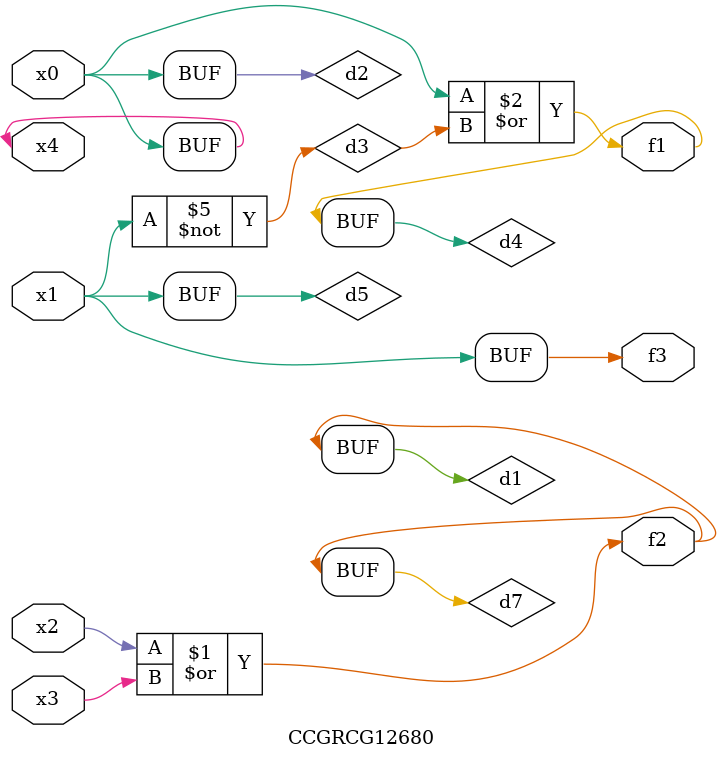
<source format=v>
module CCGRCG12680(
	input x0, x1, x2, x3, x4,
	output f1, f2, f3
);

	wire d1, d2, d3, d4, d5, d6, d7;

	or (d1, x2, x3);
	buf (d2, x0, x4);
	not (d3, x1);
	or (d4, d2, d3);
	not (d5, d3);
	nand (d6, d1, d3);
	or (d7, d1);
	assign f1 = d4;
	assign f2 = d7;
	assign f3 = d5;
endmodule

</source>
